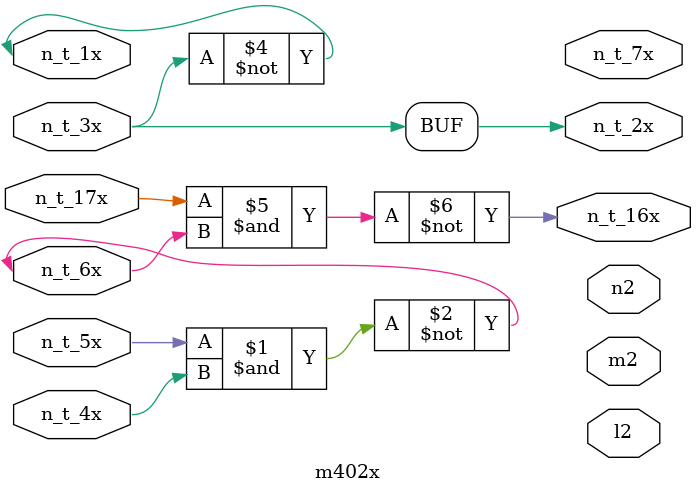
<source format=v>
module m402x (n_t_17x, n_t_3x, l2, m2, n2, n_t_16x, n_t_1x, n_t_2x, n_t_4x, n_t_5x, n_t_6x, n_t_7x);
input n_t_17x;
input n_t_3x;
output l2;
output m2;
output n2;
output n_t_16x;
inout n_t_1x;
output n_t_2x;
input n_t_4x;
input n_t_5x;
inout n_t_6x;
output n_t_7x;


assign n_t_6x = ~(n_t_5x & n_t_4x);
assign n_t_2x = ~n_t_1x;
assign n_t_1x = ~n_t_3x;
assign n_t_16x = ~(n_t_17x & n_t_6x);
// open collector 'wire-or's 
endmodule

</source>
